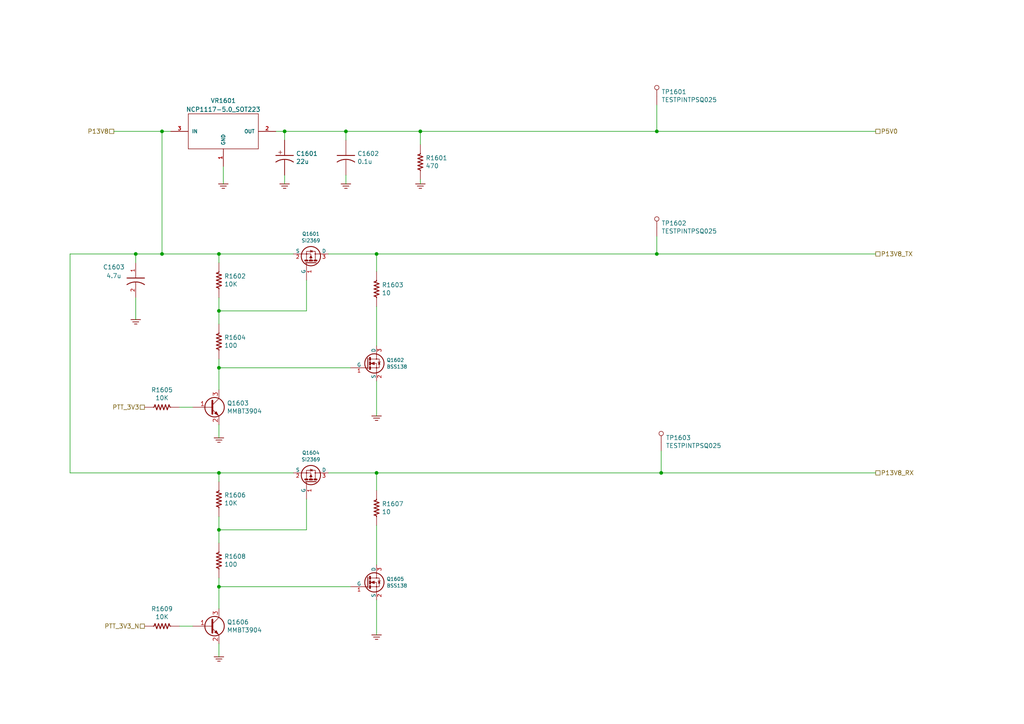
<source format=kicad_sch>
(kicad_sch (version 20211123) (generator eeschema)
  (paper "A4")
  (title_block (title "5V LDO, 13.8V RX and TX Rails") (rev "X1") (company "WA6ZFT"))
  (lib_symbols
    (symbol "custom:AO3407" (pin_names (offset 0))
      (property "Reference" "Q" (at 0 -3.7846 0))
      (property "Value" "AO3407" (at 0 3.81 0))
      (symbol "AO3407_0_1"
        (polyline (pts (xy 0.635 -1.016) (xy 0.635 -1.651)) (stroke (width 0.508)))
        (polyline (pts (xy 0.635 0.381) (xy 0.635 -0.381)) (stroke (width 0.508)))
        (polyline (pts (xy 0.635 1.651) (xy 0.635 1.016)) (stroke (width 0.508)))
        (polyline (pts (xy 3.556 -0.127) (xy 3.683 0)))
        (polyline (pts (xy 0 1.524) (xy 0 -1.524) (xy 0 -1.524)) (stroke (width 0.254)))
        (polyline (pts (xy 3.556 -0.127) (xy 3.048 -0.127) (xy 2.921 -0.254)))
        (polyline (pts (xy 0.762 -1.27) (xy 2.54 -1.27) (xy 2.54 -2.54) (xy 2.54 -2.54)))
        (polyline (pts (xy 0.762 1.27) (xy 2.54 1.27) (xy 2.54 2.54) (xy 2.54 2.54)))
        (polyline (pts (xy 2.54 1.27) (xy 3.302 1.27) (xy 3.302 -1.27) (xy 2.54 -1.27)))
        (polyline (pts (xy 0.762 0) (xy 1.27 0) (xy 2.54 0) (xy 2.54 -1.27) (xy 2.54 -1.27)))
        (polyline (pts (xy 3.556 0.381) (xy 3.048 0.381) (xy 3.302 -0.127) (xy 3.556 0.381) (xy 3.302 0.254) (xy 3.175 0.254)))
        (polyline (pts (xy 1.397 0.381) (xy 2.032 0) (xy 1.397 -0.381) (xy 1.397 0.381) (xy 1.524 0.127) (xy 1.778 0) (xy 1.524 -0.254) (xy 1.524 0)))
        (circle (center 1.905 0) (radius 2.794) (stroke (width 0.254)))
        (circle (center 2.54 -1.27) (radius 0.127))
        (circle (center 2.54 1.27) (radius 0.127))
      )
      (symbol "AO3407_1_1"
        (pin passive line (at -5.08 -1.27 0) (length 5.08) (name "G") (number "1"))
        (pin passive line (at 2.54 -5.08 90) (length 2.54) (name "S") (number "2"))
        (pin passive line (at 2.54 5.08 270) (length 2.54) (name "D") (number "3"))
      )
    )
    (symbol "custom:BSS138" (pin_names (offset 0))
      (property "Reference" "Q" (at 0 -3.7846 0))
      (property "Value" "BSS138" (at 0 3.81 0))
      (symbol "BSS138_0_1"
        (polyline (pts (xy 0.635 -1.016) (xy 0.635 -1.651)) (stroke (width 0.508)))
        (polyline (pts (xy 0.635 0.381) (xy 0.635 -0.381)) (stroke (width 0.508)))
        (polyline (pts (xy 0.635 1.651) (xy 0.635 1.016)) (stroke (width 0.508)))
        (polyline (pts (xy 3.048 0.381) (xy 2.921 0.254)))
        (polyline (pts (xy 3.048 0.381) (xy 3.556 0.381)))
        (polyline (pts (xy 3.556 0.381) (xy 3.683 0.508)))
        (polyline (pts (xy 0 1.524) (xy 0 -1.524) (xy 0 -1.524)) (stroke (width 0.254)))
        (polyline (pts (xy 0.762 -1.27) (xy 2.54 -1.27) (xy 2.54 -2.54) (xy 2.54 -2.54)))
        (polyline (pts (xy 0.762 1.27) (xy 2.54 1.27) (xy 2.54 2.54) (xy 2.54 2.54)))
        (polyline (pts (xy 2.54 1.27) (xy 3.302 1.27) (xy 3.302 -1.27) (xy 2.54 -1.27)))
        (polyline (pts (xy 3.302 0.381) (xy 3.048 -0.254) (xy 3.556 -0.254) (xy 3.302 0.381)) (fill (type outline)))
        (polyline (pts (xy 0.762 0) (xy 1.27 0) (xy 2.54 0) (xy 2.54 -1.27) (xy 2.54 -1.27)))
        (polyline (pts (xy 0.889 0) (xy 1.905 0.381) (xy 1.905 -0.381) (xy 0.889 0) (xy 1.016 0) (xy 1.016 0)) (fill (type outline)))
        (circle (center 1.905 0) (radius 2.794) (stroke (width 0.254)))
        (circle (center 2.54 -1.27) (radius 0.127))
        (circle (center 2.54 1.27) (radius 0.127))
      )
      (symbol "BSS138_1_1"
        (pin passive line (at -5.08 -1.27 0) (length 5.08) (name "G") (number "1"))
        (pin passive line (at 2.54 -5.08 90) (length 2.54) (name "S") (number "2"))
        (pin passive line (at 2.54 5.08 270) (length 2.54) (name "D") (number "3"))
      )
    )
    (symbol "custom:CP_US" (pin_numbers hide) (pin_names (offset 0.254) hide)
      (property "Reference" "C" (at 1.27 2.54 0))
      (property "Value" "CP_US" (at 1.27 -2.54 0))
      (symbol "CP_US_0_1"
        (polyline (pts (xy -1.778 1.524) (xy -0.762 1.524)) (stroke (width 0.127)))
        (polyline (pts (xy -1.27 1.016) (xy -1.27 2.032)) (stroke (width 0.127)))
        (polyline (pts (xy -2.54 0.635) (xy 2.54 0.635) (xy 2.54 0.635)) (stroke (width 0.254)))
        (arc (start 2.54 -1.27) (mid 0 -0.5009) (end -2.54 -1.27) (stroke (width 0.254)))
      )
      (symbol "CP_US_1_1"
        (pin passive line (at 0 5.08 270) (length 4.445) (name "~") (number "1"))
        (pin passive line (at 0 -5.08 90) (length 4.445) (name "~") (number "2"))
      )
    )
    (symbol "custom:C_US" (pin_names (offset 0.254) hide)
      (property "Reference" "C" (at 1.27 2.54 0))
      (property "Value" "C_US" (at 1.27 -2.54 0))
      (symbol "C_US_0_1"
        (polyline (pts (xy -2.54 0.635) (xy 2.54 0.635) (xy 2.54 0.635)) (stroke (width 0.254)))
        (arc (start 2.54 -1.27) (mid 0 -0.5009) (end -2.54 -1.27) (stroke (width 0.254)))
      )
      (symbol "C_US_1_1"
        (pin passive line (at 0 5.08 270) (length 4.445) (name "~") (number "1"))
        (pin passive line (at 0 -5.08 90) (length 4.445) (name "~") (number "2"))
      )
    )
    (symbol "custom:C_US_0805_0.1UF_X7R_10%_50V_HS" (pin_numbers hide) (pin_names (offset 0.254) hide)
      (property "Reference" "C" (at 1.27 2.54 0))
      (property "Value" "C_US_0805_0.1UF_X7R_10%_50V_HS" (at 1.27 -2.54 0))
      (symbol "C_US_0805_0.1UF_X7R_10%_50V_HS_0_1"
        (polyline (pts (xy -2.54 0.635) (xy 2.54 0.635) (xy 2.54 0.635)) (stroke (width 0.254)))
        (arc (start 2.54 -1.27) (mid 0 -0.5009) (end -2.54 -1.27) (stroke (width 0.254)))
      )
      (symbol "C_US_0805_0.1UF_X7R_10%_50V_HS_1_1"
        (pin passive line (at 0 5.08 270) (length 4.445) (name "~") (number "1"))
        (pin passive line (at 0 -5.08 90) (length 4.445) (name "~") (number "2"))
      )
    )
    (symbol "custom:GND_US" (power) (pin_names (offset 0))
      (symbol "GND_US_0_1"
        (polyline (pts (xy -1.397 0) (xy 1.397 0)) (stroke (width 0.2032)))
        (polyline (pts (xy -0.889 -0.635) (xy 0.889 -0.635)) (stroke (width 0.2032)))
        (polyline (pts (xy -0.381 -1.27) (xy 0.381 -1.27)) (stroke (width 0.2032)))
      )
      (symbol "GND_US_1_1"
        (pin power_in line (at 0 0 90) (length 0) hide (name "GND") (number "1"))
      )
    )
    (symbol "custom:MMBT3904" (pin_names (offset 0) hide)
      (property "Reference" "Q" (at 5.08 1.905 0))
      (property "Value" "MMBT3904" (at 5.08 0 0))
      (symbol "MMBT3904_0_1"
        (polyline (pts (xy 0.635 0.635) (xy 2.54 2.54)))
        (polyline (pts (xy 0.635 -0.635) (xy 2.54 -2.54) (xy 2.54 -2.54)))
        (polyline (pts (xy 0.635 1.905) (xy 0.635 -1.905) (xy 0.635 -1.905)) (stroke (width 0.508)))
        (polyline (pts (xy 1.27 -1.778) (xy 1.778 -1.27) (xy 2.286 -2.286) (xy 1.27 -1.778) (xy 1.27 -1.778)) (fill (type outline)))
        (circle (center 1.27 0) (radius 2.8194) (stroke (width 0.254)))
      )
      (symbol "MMBT3904_1_1"
        (pin passive line (at -5.08 0 0) (length 5.715) (name "B") (number "1"))
        (pin passive line (at 2.54 -5.08 90) (length 2.54) (name "E") (number "2"))
        (pin passive line (at 2.54 5.08 270) (length 2.54) (name "C") (number "3"))
      )
    )
    (symbol "custom:NCP1117ST50" (pin_names (offset 1.016))
      (property "Reference" "VR" (at -5.08 10.16 0))
      (property "Value" "NCP1117ST50" (at -5.08 7.62 0))
      (symbol "NCP1117ST50_1_0"
        (polyline (pts (xy -10.16 -5.08) (xy 10.16 -5.08)))
        (polyline (pts (xy -10.16 5.08) (xy -10.16 -5.08)))
        (polyline (pts (xy 10.16 -5.08) (xy 10.16 5.08)))
        (polyline (pts (xy 10.16 5.08) (xy -10.16 5.08)))
      )
      (symbol "NCP1117ST50_1_1"
        (pin power_in line (at 0 -10.16 90) (length 5.08) (name "GND") (number "1"))
        (pin power_out line (at 15.24 0 180) (length 5.08) (name "OUT") (number "2"))
        (pin power_in line (at -15.24 0 0) (length 5.08) (name "IN") (number "3"))
      )
    )
    (symbol "custom:R_US_0805_1%_HS" (pin_numbers hide) (pin_names (offset 1.016) hide)
      (property "Reference" "R" (at 2.032 0 90))
      (property "Value" "R_US_0805_1%_HS" (at -2.032 0 90))
      (symbol "R_US_0805_1%_HS_0_0"
        (polyline (pts (xy 0 -2.54) (xy 0 -2.54) (xy 0 -2.286) (xy -0.762 -2.032) (xy 0.762 -1.524) (xy -0.762 -1.016) (xy 0.762 -0.508) (xy -0.762 0) (xy 0.762 0.508) (xy -0.762 1.016) (xy 0.762 1.524) (xy -0.762 2.032) (xy 0 2.286) (xy 0 2.54) (xy 0 2.54)) (stroke (width 0.254)))
      )
      (symbol "R_US_0805_1%_HS_1_1"
        (pin passive line (at 0 5.08 270) (length 2.54) (name "~") (number "1"))
        (pin passive line (at 0 -5.08 90) (length 2.54) (name "~") (number "2"))
      )
    )
    (symbol "custom:TESTPINTPSQ025" (pin_numbers hide) (pin_names (offset 1.016) hide)
      (property "Reference" "TP" (at -1.27 1.27 0))
      (property "Value" "TESTPINTPSQ025" (at -7.62 3.81 0))
      (symbol "TESTPINTPSQ025_1_0"
        (polyline (pts (xy 0 -2.54) (xy 0 -0.635)))
      )
      (symbol "TESTPINTPSQ025_1_1"
        (circle (center 0 0) (radius 0.635))
        (pin passive line (at 0 -5.08 90) (length 2.54) (name "TP") (number "1"))
      )
    )
  )
  (junction (at 190.5 38.1))
  (junction (at 63.5 170.18))
  (junction (at 82.55 38.1))
  (junction (at 63.5 137.16))
  (junction (at 63.5 153.67))
  (junction (at 46.99 73.66))
  (junction (at 39.37 73.66))
  (junction (at 109.22 137.16))
  (junction (at 46.99 38.1))
  (junction (at 121.92 38.1))
  (junction (at 63.5 73.66))
  (junction (at 63.5 106.68))
  (junction (at 100.33 38.1))
  (junction (at 190.5 73.66))
  (junction (at 63.5 90.17))
  (junction (at 191.77 137.16))
  (junction (at 109.22 73.66))
  (wire (pts (xy 63.5 90.17) (xy 63.5 93.98)))
  (wire (pts (xy 109.22 88.9) (xy 109.22 100.33)))
  (wire (pts (xy 63.5 86.36) (xy 63.5 90.17)))
  (wire (pts (xy 88.9 153.67) (xy 63.5 153.67)))
  (wire (pts (xy 88.9 81.28) (xy 88.9 90.17)))
  (wire (pts (xy 63.5 149.86) (xy 63.5 153.67)))
  (wire (pts (xy 52.07 181.61) (xy 55.88 181.61)))
  (wire (pts (xy 63.5 104.14) (xy 63.5 106.68)))
  (wire (pts (xy 95.25 137.16) (xy 109.22 137.16)))
  (wire (pts (xy 20.32 137.16) (xy 63.5 137.16)))
  (wire (pts (xy 20.32 73.66) (xy 20.32 137.16)))
  (wire (pts (xy 46.99 73.66) (xy 63.5 73.66)))
  (wire (pts (xy 101.6 106.68) (xy 63.5 106.68)))
  (wire (pts (xy 52.07 118.11) (xy 55.88 118.11)))
  (wire (pts (xy 190.5 38.1) (xy 254 38.1)))
  (wire (pts (xy 82.55 40.64) (xy 82.55 38.1)))
  (wire (pts (xy 190.5 73.66) (xy 254 73.66)))
  (wire (pts (xy 121.92 38.1) (xy 190.5 38.1)))
  (wire (pts (xy 39.37 73.66) (xy 20.32 73.66)))
  (wire (pts (xy 82.55 50.8) (xy 82.55 53.34)))
  (wire (pts (xy 121.92 52.07) (xy 121.92 53.34)))
  (wire (pts (xy 191.77 130.81) (xy 191.77 137.16)))
  (wire (pts (xy 39.37 76.2) (xy 39.37 73.66)))
  (wire (pts (xy 64.77 48.26) (xy 64.77 53.34)))
  (wire (pts (xy 88.9 90.17) (xy 63.5 90.17)))
  (wire (pts (xy 109.22 110.49) (xy 109.22 120.65)))
  (wire (pts (xy 63.5 186.69) (xy 63.5 190.5)))
  (wire (pts (xy 39.37 86.36) (xy 39.37 92.71)))
  (wire (pts (xy 63.5 123.19) (xy 63.5 127)))
  (wire (pts (xy 63.5 170.18) (xy 63.5 176.53)))
  (wire (pts (xy 100.33 38.1) (xy 121.92 38.1)))
  (wire (pts (xy 95.25 73.66) (xy 109.22 73.66)))
  (wire (pts (xy 109.22 73.66) (xy 190.5 73.66)))
  (wire (pts (xy 190.5 30.48) (xy 190.5 38.1)))
  (wire (pts (xy 121.92 41.91) (xy 121.92 38.1)))
  (wire (pts (xy 46.99 73.66) (xy 39.37 73.66)))
  (wire (pts (xy 46.99 38.1) (xy 49.53 38.1)))
  (wire (pts (xy 46.99 73.66) (xy 46.99 38.1)))
  (wire (pts (xy 109.22 152.4) (xy 109.22 163.83)))
  (wire (pts (xy 191.77 137.16) (xy 254 137.16)))
  (wire (pts (xy 80.01 38.1) (xy 82.55 38.1)))
  (wire (pts (xy 33.02 38.1) (xy 46.99 38.1)))
  (wire (pts (xy 109.22 78.74) (xy 109.22 73.66)))
  (wire (pts (xy 63.5 153.67) (xy 63.5 157.48)))
  (wire (pts (xy 63.5 106.68) (xy 63.5 113.03)))
  (wire (pts (xy 63.5 137.16) (xy 85.09 137.16)))
  (wire (pts (xy 100.33 50.8) (xy 100.33 53.34)))
  (wire (pts (xy 109.22 142.24) (xy 109.22 137.16)))
  (wire (pts (xy 101.6 170.18) (xy 63.5 170.18)))
  (wire (pts (xy 63.5 139.7) (xy 63.5 137.16)))
  (wire (pts (xy 63.5 167.64) (xy 63.5 170.18)))
  (wire (pts (xy 109.22 173.99) (xy 109.22 184.15)))
  (wire (pts (xy 63.5 76.2) (xy 63.5 73.66)))
  (wire (pts (xy 109.22 137.16) (xy 191.77 137.16)))
  (wire (pts (xy 82.55 38.1) (xy 100.33 38.1)))
  (wire (pts (xy 88.9 144.78) (xy 88.9 153.67)))
  (wire (pts (xy 63.5 73.66) (xy 85.09 73.66)))
  (wire (pts (xy 100.33 40.64) (xy 100.33 38.1)))
  (wire (pts (xy 190.5 68.58) (xy 190.5 73.66)))
  (hierarchical_label "P13V8_RX" (shape passive) (at 254 137.16 0))
  (hierarchical_label "P5V0" (shape passive) (at 254 38.1 0))
  (hierarchical_label "PTT_3V3" (shape passive) (at 41.91 118.11 180))
  (hierarchical_label "P13V8" (shape passive) (at 33.02 38.1 180))
  (hierarchical_label "PTT_3V3_N" (shape passive) (at 41.91 181.61 180))
  (hierarchical_label "P13V8_TX" (shape passive) (at 254 73.66 0))
  (symbol (lib_id "custom:AO3407") (at 90.17 76.2 270) (mirror x) (unit 1)
    (property "Reference" "Q1601" (at 90.17 67.8434 90) (effects (font (size 1.016 1.016))))
    (property "Value" "SI2369" (at 90.17 69.7738 90) (effects (font (size 1.016 1.016))))
    (property "Footprint" "SOT-23" (effects hide))
    (property "PartNumber" "800134-101" (effects hide))
  )
  (symbol (lib_id "custom:R_US_0805_1%_HS") (at 63.5 81.28 0) (unit 1)
    (property "Reference" "R1602" (at 65.024 80.1116 0) (effects (justify left)))
    (property "Value" "10K" (at 65.024 82.423 0) (effects (justify left)))
    (property "Footprint" "Resistor_SMD:R_0805_2012Metric_Pad1.15x1.40mm_HandSolder" (effects hide))
    (property "PartNumber" "800235-103" (effects hide))
  )
  (symbol (lib_id "custom:R_US_0805_1%_HS") (at 63.5 99.06 0) (unit 1)
    (property "Reference" "R1604" (at 65.024 97.8916 0) (effects (justify left)))
    (property "Value" "100" (at 65.024 100.203 0) (effects (justify left)))
    (property "Footprint" "Resistor_SMD:R_0805_2012Metric_Pad1.15x1.40mm_HandSolder" (effects hide))
    (property "PartNumber" "800235-101" (effects hide))
  )
  (symbol (lib_id "custom:MMBT3904") (at 60.96 118.11 0) (unit 1)
    (property "Reference" "Q1603" (at 65.8114 116.9416 0) (effects (justify left)))
    (property "Value" "MMBT3904" (at 65.8114 119.253 0) (effects (justify left)))
    (property "Footprint" "mods:SOT23-3-SAR" (effects hide))
    (property "PartNumber" "800259-101" (effects hide))
  )
  (symbol (lib_id "custom:R_US_0805_1%_HS") (at 46.99 118.11 270) (unit 1)
    (property "Reference" "R1605" (at 46.99 113.1062 90))
    (property "Value" "10K" (at 46.99 115.4176 90))
    (property "Footprint" "Resistor_SMD:R_0805_2012Metric_Pad1.15x1.40mm_HandSolder" (effects hide))
    (property "PartNumber" "800235-103" (effects hide))
  )
  (symbol (lib_id "custom:R_US_0805_1%_HS") (at 109.22 83.82 0) (unit 1)
    (property "Reference" "R1603" (at 110.744 82.6516 0) (effects (justify left)))
    (property "Value" "10" (at 110.744 84.963 0) (effects (justify left)))
    (property "Footprint" "Resistor_SMD:R_0805_2012Metric_Pad1.15x1.40mm_HandSolder" (effects hide))
    (property "PartNumber" "800235-100" (effects hide))
  )
  (symbol (lib_id "custom:BSS138") (at 106.68 105.41 0) (unit 1)
    (property "Reference" "Q1602" (at 112.1156 104.4448 0) (effects (font (size 1.016 1.016)) (justify left)))
    (property "Value" "BSS138" (at 112.1156 106.3752 0) (effects (font (size 1.016 1.016)) (justify left)))
    (property "Footprint" "mods:SOT23-3-SAR" (effects hide))
    (property "PartNumber" "800236-101" (effects hide))
  )
  (symbol (lib_id "custom:GND_US") (at 109.22 120.65 0) (unit 1)
    (property "Reference" "#PWR01606" (effects hide))
    (property "Value" "GND_US" (effects hide))
  )
  (symbol (lib_id "custom:GND_US") (at 63.5 127 0) (unit 1)
    (property "Reference" "#PWR01607" (effects hide))
    (property "Value" "GND_US" (effects hide))
  )
  (symbol (lib_id "custom:AO3407") (at 90.17 139.7 270) (mirror x) (unit 1)
    (property "Reference" "Q1604" (at 90.17 131.3434 90) (effects (font (size 1.016 1.016))))
    (property "Value" "SI2369" (at 90.17 133.2738 90) (effects (font (size 1.016 1.016))))
    (property "Footprint" "SOT-23" (effects hide))
    (property "PartNumber" "800134-101" (effects hide))
  )
  (symbol (lib_id "custom:R_US_0805_1%_HS") (at 63.5 144.78 0) (unit 1)
    (property "Reference" "R1606" (at 65.024 143.6116 0) (effects (justify left)))
    (property "Value" "10K" (at 65.024 145.923 0) (effects (justify left)))
    (property "Footprint" "Resistor_SMD:R_0805_2012Metric_Pad1.15x1.40mm_HandSolder" (effects hide))
    (property "PartNumber" "800235-103" (effects hide))
  )
  (symbol (lib_id "custom:R_US_0805_1%_HS") (at 63.5 162.56 0) (unit 1)
    (property "Reference" "R1608" (at 65.024 161.3916 0) (effects (justify left)))
    (property "Value" "100" (at 65.024 163.703 0) (effects (justify left)))
    (property "Footprint" "Resistor_SMD:R_0805_2012Metric_Pad1.15x1.40mm_HandSolder" (effects hide))
    (property "PartNumber" "800235-101" (effects hide))
  )
  (symbol (lib_id "custom:MMBT3904") (at 60.96 181.61 0) (unit 1)
    (property "Reference" "Q1606" (at 65.8114 180.4416 0) (effects (justify left)))
    (property "Value" "MMBT3904" (at 65.8114 182.753 0) (effects (justify left)))
    (property "Footprint" "mods:SOT23-3-SAR" (effects hide))
    (property "PartNumber" "800259-101" (effects hide))
  )
  (symbol (lib_id "custom:R_US_0805_1%_HS") (at 46.99 181.61 270) (unit 1)
    (property "Reference" "R1609" (at 46.99 176.6062 90))
    (property "Value" "10K" (at 46.99 178.9176 90))
    (property "Footprint" "Resistor_SMD:R_0805_2012Metric_Pad1.15x1.40mm_HandSolder" (effects hide))
    (property "PartNumber" "800235-103" (effects hide))
  )
  (symbol (lib_id "custom:R_US_0805_1%_HS") (at 109.22 147.32 0) (unit 1)
    (property "Reference" "R1607" (at 110.744 146.1516 0) (effects (justify left)))
    (property "Value" "10" (at 110.744 148.463 0) (effects (justify left)))
    (property "Footprint" "Resistor_SMD:R_0805_2012Metric_Pad1.15x1.40mm_HandSolder" (effects hide))
    (property "PartNumber" "800235-100" (effects hide))
  )
  (symbol (lib_id "custom:BSS138") (at 106.68 168.91 0) (unit 1)
    (property "Reference" "Q1605" (at 112.1156 167.9448 0) (effects (font (size 1.016 1.016)) (justify left)))
    (property "Value" "BSS138" (at 112.1156 169.8752 0) (effects (font (size 1.016 1.016)) (justify left)))
    (property "Footprint" "mods:SOT23-3-SAR" (effects hide))
    (property "PartNumber" "800236-101" (effects hide))
  )
  (symbol (lib_id "custom:GND_US") (at 109.22 184.15 0) (unit 1)
    (property "Reference" "#PWR01608" (effects hide))
    (property "Value" "GND_US" (effects hide))
  )
  (symbol (lib_id "custom:GND_US") (at 63.5 190.5 0) (unit 1)
    (property "Reference" "#PWR01609" (effects hide))
    (property "Value" "GND_US" (effects hide))
  )
  (symbol (lib_id "custom:C_US") (at 39.37 81.28 0) (unit 1)
    (property "Reference" "C1603" (at 33.02 77.47 0))
    (property "Value" "4.7u" (at 33.02 80.01 0))
    (property "Footprint" "Capacitor_SMD:C_0805_2012Metric_Pad1.18x1.45mm_HandSolder" (effects hide))
    (property "PartNumber" "800003-475" (effects hide))
  )
  (symbol (lib_id "custom:GND_US") (at 39.37 92.71 0) (unit 1)
    (property "Reference" "#PWR01605" (effects hide))
    (property "Value" "GND_US" (effects hide))
  )
  (symbol (lib_id "custom:NCP1117ST50") (at 64.77 38.1 0) (unit 1)
    (property "Reference" "VR1601" (at 64.77 29.21 0))
    (property "Value" "NCP1117-5.0_SOT223" (at 64.77 31.75 0))
    (property "Footprint" "Package_TO_SOT_SMD:SOT-223-3_TabPin2" (effects hide))
    (property "Datasheet" "http://www.onsemi.com/pub_link/Collateral/NCP1117-D.PDF" (effects hide))
    (property "PartNumber" "800121-102" (effects hide))
  )
  (symbol (lib_id "custom:CP_US") (at 82.55 45.72 0) (unit 1)
    (property "Reference" "C1601" (at 85.852 44.5516 0) (effects (justify left)))
    (property "Value" "22u" (at 85.852 46.863 0) (effects (justify left)))
    (property "Footprint" "Capacitor_SMD:CP_Elec_6.3x5.7" (effects hide))
    (property "PartNumber" "800267-226" (effects hide))
  )
  (symbol (lib_id "custom:C_US_0805_0.1UF_X7R_10%_50V_HS") (at 100.33 45.72 0) (unit 1)
    (property "Reference" "C1602" (at 103.632 44.5516 0) (effects (justify left)))
    (property "Value" "0.1u" (at 103.632 46.863 0) (effects (justify left)))
    (property "Footprint" "Capacitor_SMD:C_0805_2012Metric_Pad1.15x1.40mm_HandSolder" (effects hide))
    (property "PartNumber" "800238-104" (effects hide))
  )
  (symbol (lib_id "custom:GND_US") (at 100.33 53.34 0) (unit 1)
    (property "Reference" "#PWR01603" (effects hide))
    (property "Value" "GND_US" (effects hide))
  )
  (symbol (lib_id "custom:GND_US") (at 82.55 53.34 0) (unit 1)
    (property "Reference" "#PWR01602" (effects hide))
    (property "Value" "GND_US" (effects hide))
  )
  (symbol (lib_id "custom:GND_US") (at 64.77 53.34 0) (unit 1)
    (property "Reference" "#PWR01601" (effects hide))
    (property "Value" "GND_US" (effects hide))
  )
  (symbol (lib_id "custom:TESTPINTPSQ025") (at 190.5 25.4 0) (unit 1)
    (property "Reference" "TP1601" (at 191.8462 26.6446 0) (effects (justify left)))
    (property "Value" "TESTPINTPSQ025" (at 191.8462 28.956 0) (effects (justify left)))
    (property "Footprint" "TESTPIN" (effects hide))
    (property "PartNumber" "800207-101" (effects hide))
  )
  (symbol (lib_id "custom:TESTPINTPSQ025") (at 190.5 63.5 0) (unit 1)
    (property "Reference" "TP1602" (at 191.8462 64.7446 0) (effects (justify left)))
    (property "Value" "TESTPINTPSQ025" (at 191.8462 67.056 0) (effects (justify left)))
    (property "Footprint" "TESTPIN" (effects hide))
    (property "PartNumber" "800207-101" (effects hide))
  )
  (symbol (lib_id "custom:TESTPINTPSQ025") (at 191.77 125.73 0) (unit 1)
    (property "Reference" "TP1603" (at 193.1162 126.9746 0) (effects (justify left)))
    (property "Value" "TESTPINTPSQ025" (at 193.1162 129.286 0) (effects (justify left)))
    (property "Footprint" "TESTPIN" (effects hide))
    (property "PartNumber" "800207-101" (effects hide))
  )
  (symbol (lib_id "custom:R_US_0805_1%_HS") (at 121.92 46.99 0) (unit 1)
    (property "Reference" "R1601" (at 123.444 45.8216 0) (effects (justify left)))
    (property "Value" "470" (at 123.444 48.133 0) (effects (justify left)))
    (property "Footprint" "Resistor_SMD:R_0805_2012Metric_Pad1.15x1.40mm_HandSolder" (effects hide))
    (property "PartNumber" "800235-471" (effects hide))
  )
  (symbol (lib_id "custom:GND_US") (at 121.92 53.34 0) (unit 1)
    (property "Reference" "#PWR01604" (effects hide))
    (property "Value" "GND_US" (effects hide))
  )
)
</source>
